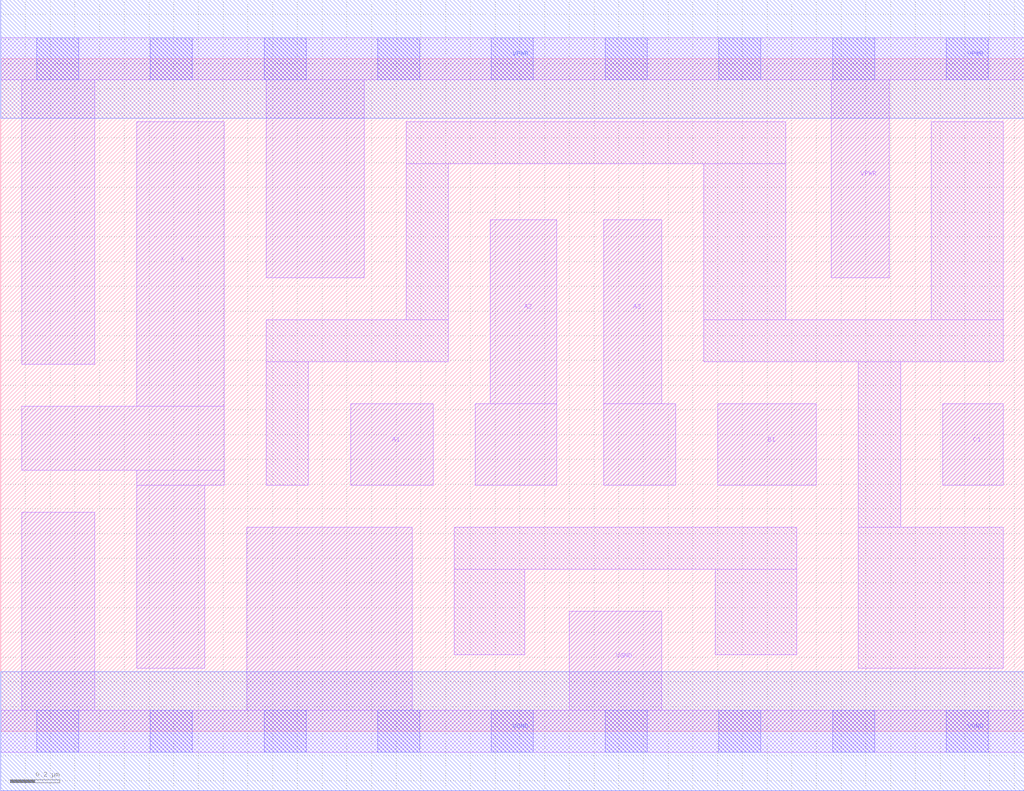
<source format=lef>
# Copyright 2020 The SkyWater PDK Authors
#
# Licensed under the Apache License, Version 2.0 (the "License");
# you may not use this file except in compliance with the License.
# You may obtain a copy of the License at
#
#     https://www.apache.org/licenses/LICENSE-2.0
#
# Unless required by applicable law or agreed to in writing, software
# distributed under the License is distributed on an "AS IS" BASIS,
# WITHOUT WARRANTIES OR CONDITIONS OF ANY KIND, either express or implied.
# See the License for the specific language governing permissions and
# limitations under the License.
#
# SPDX-License-Identifier: Apache-2.0

VERSION 5.7 ;
  NAMESCASESENSITIVE ON ;
  NOWIREEXTENSIONATPIN ON ;
  DIVIDERCHAR "/" ;
  BUSBITCHARS "[]" ;
UNITS
  DATABASE MICRONS 200 ;
END UNITS
MACRO sky130_fd_sc_hd__o311a_2
  CLASS CORE ;
  SOURCE USER ;
  FOREIGN sky130_fd_sc_hd__o311a_2 ;
  ORIGIN  0.000000  0.000000 ;
  SIZE  4.140000 BY  2.720000 ;
  SYMMETRY X Y R90 ;
  SITE unithd ;
  PIN A1
    ANTENNAGATEAREA  0.247500 ;
    DIRECTION INPUT ;
    USE SIGNAL ;
    PORT
      LAYER li1 ;
        RECT 1.415000 0.995000 1.750000 1.325000 ;
    END
  END A1
  PIN A2
    ANTENNAGATEAREA  0.247500 ;
    DIRECTION INPUT ;
    USE SIGNAL ;
    PORT
      LAYER li1 ;
        RECT 1.920000 0.995000 2.250000 1.325000 ;
        RECT 1.980000 1.325000 2.250000 2.070000 ;
    END
  END A2
  PIN A3
    ANTENNAGATEAREA  0.247500 ;
    DIRECTION INPUT ;
    USE SIGNAL ;
    PORT
      LAYER li1 ;
        RECT 2.440000 0.995000 2.730000 1.325000 ;
        RECT 2.440000 1.325000 2.675000 2.070000 ;
    END
  END A3
  PIN B1
    ANTENNAGATEAREA  0.247500 ;
    DIRECTION INPUT ;
    USE SIGNAL ;
    PORT
      LAYER li1 ;
        RECT 2.900000 0.995000 3.300000 1.325000 ;
    END
  END B1
  PIN C1
    ANTENNAGATEAREA  0.247500 ;
    DIRECTION INPUT ;
    USE SIGNAL ;
    PORT
      LAYER li1 ;
        RECT 3.810000 0.995000 4.055000 1.325000 ;
    END
  END C1
  PIN X
    ANTENNADIFFAREA  0.445500 ;
    DIRECTION OUTPUT ;
    USE SIGNAL ;
    PORT
      LAYER li1 ;
        RECT 0.085000 1.055000 0.905000 1.315000 ;
        RECT 0.550000 0.255000 0.825000 0.995000 ;
        RECT 0.550000 0.995000 0.905000 1.055000 ;
        RECT 0.550000 1.315000 0.905000 2.465000 ;
    END
  END X
  PIN VGND
    DIRECTION INOUT ;
    SHAPE ABUTMENT ;
    USE GROUND ;
    PORT
      LAYER li1 ;
        RECT 0.000000 -0.085000 4.140000 0.085000 ;
        RECT 0.085000  0.085000 0.380000 0.885000 ;
        RECT 0.995000  0.085000 1.665000 0.825000 ;
        RECT 2.300000  0.085000 2.675000 0.485000 ;
      LAYER mcon ;
        RECT 0.145000 -0.085000 0.315000 0.085000 ;
        RECT 0.605000 -0.085000 0.775000 0.085000 ;
        RECT 1.065000 -0.085000 1.235000 0.085000 ;
        RECT 1.525000 -0.085000 1.695000 0.085000 ;
        RECT 1.985000 -0.085000 2.155000 0.085000 ;
        RECT 2.445000 -0.085000 2.615000 0.085000 ;
        RECT 2.905000 -0.085000 3.075000 0.085000 ;
        RECT 3.365000 -0.085000 3.535000 0.085000 ;
        RECT 3.825000 -0.085000 3.995000 0.085000 ;
      LAYER met1 ;
        RECT 0.000000 -0.240000 4.140000 0.240000 ;
    END
  END VGND
  PIN VPWR
    DIRECTION INOUT ;
    SHAPE ABUTMENT ;
    USE POWER ;
    PORT
      LAYER li1 ;
        RECT 0.000000 2.635000 4.140000 2.805000 ;
        RECT 0.085000 1.485000 0.380000 2.635000 ;
        RECT 1.075000 1.835000 1.470000 2.635000 ;
        RECT 3.360000 1.835000 3.595000 2.635000 ;
      LAYER mcon ;
        RECT 0.145000 2.635000 0.315000 2.805000 ;
        RECT 0.605000 2.635000 0.775000 2.805000 ;
        RECT 1.065000 2.635000 1.235000 2.805000 ;
        RECT 1.525000 2.635000 1.695000 2.805000 ;
        RECT 1.985000 2.635000 2.155000 2.805000 ;
        RECT 2.445000 2.635000 2.615000 2.805000 ;
        RECT 2.905000 2.635000 3.075000 2.805000 ;
        RECT 3.365000 2.635000 3.535000 2.805000 ;
        RECT 3.825000 2.635000 3.995000 2.805000 ;
      LAYER met1 ;
        RECT 0.000000 2.480000 4.140000 2.960000 ;
    END
  END VPWR
  OBS
    LAYER li1 ;
      RECT 1.075000 0.995000 1.245000 1.495000 ;
      RECT 1.075000 1.495000 1.810000 1.665000 ;
      RECT 1.640000 1.665000 1.810000 2.295000 ;
      RECT 1.640000 2.295000 3.175000 2.465000 ;
      RECT 1.835000 0.310000 2.120000 0.655000 ;
      RECT 1.835000 0.655000 3.220000 0.825000 ;
      RECT 2.845000 1.495000 4.055000 1.665000 ;
      RECT 2.845000 1.665000 3.175000 2.295000 ;
      RECT 2.890000 0.310000 3.220000 0.655000 ;
      RECT 3.470000 0.255000 4.055000 0.825000 ;
      RECT 3.470000 0.825000 3.640000 1.495000 ;
      RECT 3.765000 1.665000 4.055000 2.465000 ;
  END
END sky130_fd_sc_hd__o311a_2
END LIBRARY

</source>
